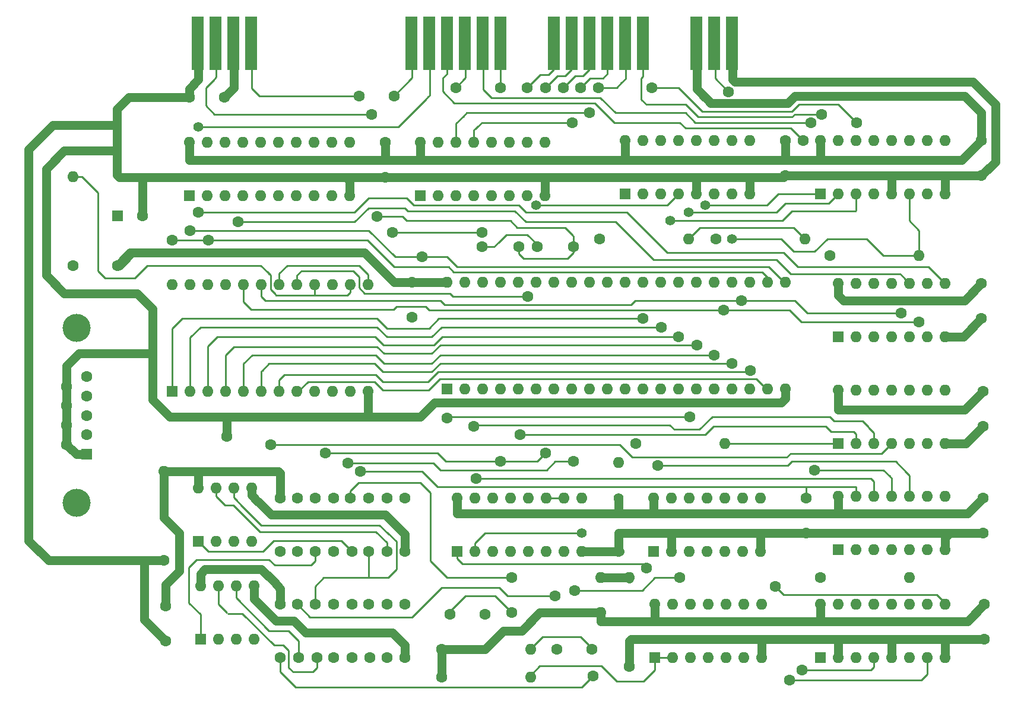
<source format=gbl>
G04 #@! TF.GenerationSoftware,KiCad,Pcbnew,5.1.10*
G04 #@! TF.CreationDate,2021-08-06T08:54:22+02:00*
G04 #@! TF.ProjectId,nano,6e616e6f-2e6b-4696-9361-645f70636258,rev?*
G04 #@! TF.SameCoordinates,Original*
G04 #@! TF.FileFunction,Copper,L2,Bot*
G04 #@! TF.FilePolarity,Positive*
%FSLAX46Y46*%
G04 Gerber Fmt 4.6, Leading zero omitted, Abs format (unit mm)*
G04 Created by KiCad (PCBNEW 5.1.10) date 2021-08-06 08:54:22*
%MOMM*%
%LPD*%
G01*
G04 APERTURE LIST*
G04 #@! TA.AperFunction,ComponentPad*
%ADD10C,4.000000*%
G04 #@! TD*
G04 #@! TA.AperFunction,ComponentPad*
%ADD11C,1.600000*%
G04 #@! TD*
G04 #@! TA.AperFunction,ComponentPad*
%ADD12R,1.600000X1.600000*%
G04 #@! TD*
G04 #@! TA.AperFunction,ConnectorPad*
%ADD13R,1.780000X7.620000*%
G04 #@! TD*
G04 #@! TA.AperFunction,ComponentPad*
%ADD14O,1.600000X1.600000*%
G04 #@! TD*
G04 #@! TA.AperFunction,ViaPad*
%ADD15C,1.600000*%
G04 #@! TD*
G04 #@! TA.AperFunction,ViaPad*
%ADD16C,1.400000*%
G04 #@! TD*
G04 #@! TA.AperFunction,Conductor*
%ADD17C,1.250000*%
G04 #@! TD*
G04 #@! TA.AperFunction,Conductor*
%ADD18C,0.250000*%
G04 #@! TD*
G04 #@! TA.AperFunction,Conductor*
%ADD19C,0.500000*%
G04 #@! TD*
G04 APERTURE END LIST*
D10*
X90655000Y-105131000D03*
X90655000Y-80131000D03*
D11*
X89235000Y-88476000D03*
X89235000Y-91246000D03*
X89235000Y-94016000D03*
X89235000Y-96786000D03*
X92075000Y-87091000D03*
X92075000Y-89861000D03*
X92075000Y-92631000D03*
X92075000Y-95401000D03*
D12*
X92075000Y-98171000D03*
D13*
X107950000Y-39470000D03*
X110490000Y-39470000D03*
X113030000Y-39470000D03*
X115570000Y-39470000D03*
X138430000Y-39470000D03*
X140970000Y-39470000D03*
X143510000Y-39470000D03*
X146050000Y-39470000D03*
X148590000Y-39470000D03*
X151130000Y-39470000D03*
X158750000Y-39470000D03*
X161290000Y-39470000D03*
X163830000Y-39470000D03*
X166370000Y-39470000D03*
X168910000Y-39470000D03*
X171450000Y-39470000D03*
X179070000Y-39470000D03*
X181610000Y-39470000D03*
X184150000Y-39470000D03*
D14*
X155400000Y-130000000D03*
D11*
X142700000Y-130000000D03*
D14*
X177900000Y-67400000D03*
D11*
X165200000Y-67400000D03*
D14*
X183100000Y-96600000D03*
D11*
X170400000Y-96600000D03*
D14*
X169500000Y-115800000D03*
D11*
X169500000Y-128500000D03*
D14*
X167900000Y-99300000D03*
D11*
X167900000Y-112000000D03*
X164100000Y-126000000D03*
X159100000Y-126000000D03*
X148900000Y-121000000D03*
X143900000Y-121000000D03*
D14*
X103100000Y-100600000D03*
D11*
X103100000Y-113300000D03*
D14*
X90100000Y-58500000D03*
D11*
X90100000Y-71200000D03*
D14*
X194500000Y-67400000D03*
D11*
X181800000Y-67400000D03*
D14*
X210800000Y-69800000D03*
D11*
X198100000Y-69800000D03*
D14*
X209400000Y-115800000D03*
D11*
X196700000Y-115800000D03*
D14*
X165400000Y-115800000D03*
D11*
X152700000Y-115800000D03*
D14*
X165400000Y-120800000D03*
D11*
X152700000Y-120800000D03*
D14*
X155400000Y-126000000D03*
D11*
X142700000Y-126000000D03*
X138500000Y-73600000D03*
X138500000Y-78600000D03*
X134700000Y-53600000D03*
X134700000Y-58600000D03*
X191700000Y-53400000D03*
X191700000Y-58400000D03*
X103300000Y-124800000D03*
X103300000Y-119800000D03*
X194700000Y-104400000D03*
X194700000Y-109400000D03*
X220100000Y-119600000D03*
X220100000Y-124600000D03*
X219900000Y-104400000D03*
X219900000Y-109400000D03*
X219900000Y-89200000D03*
X219900000Y-94200000D03*
X219700000Y-73800000D03*
X219700000Y-78800000D03*
X219700000Y-53400000D03*
X219700000Y-58400000D03*
D14*
X173100000Y-119580000D03*
X188340000Y-127200000D03*
X175640000Y-119580000D03*
X185800000Y-127200000D03*
X178180000Y-119580000D03*
X183260000Y-127200000D03*
X180720000Y-119580000D03*
X180720000Y-127200000D03*
X183260000Y-119580000D03*
X178180000Y-127200000D03*
X185800000Y-119580000D03*
X175640000Y-127200000D03*
X188340000Y-119580000D03*
D12*
X173100000Y-127200000D03*
D14*
X196700000Y-119580000D03*
X214480000Y-127200000D03*
X199240000Y-119580000D03*
X211940000Y-127200000D03*
X201780000Y-119580000D03*
X209400000Y-127200000D03*
X204320000Y-119580000D03*
X206860000Y-127200000D03*
X206860000Y-119580000D03*
X204320000Y-127200000D03*
X209400000Y-119580000D03*
X201780000Y-127200000D03*
X211940000Y-119580000D03*
X199240000Y-127200000D03*
X214480000Y-119580000D03*
D12*
X196700000Y-127200000D03*
D14*
X144900000Y-104380000D03*
X162680000Y-112000000D03*
X147440000Y-104380000D03*
X160140000Y-112000000D03*
X149980000Y-104380000D03*
X157600000Y-112000000D03*
X152520000Y-104380000D03*
X155060000Y-112000000D03*
X155060000Y-104380000D03*
X152520000Y-112000000D03*
X157600000Y-104380000D03*
X149980000Y-112000000D03*
X160140000Y-104380000D03*
X147440000Y-112000000D03*
X162680000Y-104380000D03*
D12*
X144900000Y-112000000D03*
D14*
X172900000Y-104380000D03*
X188140000Y-112000000D03*
X175440000Y-104380000D03*
X185600000Y-112000000D03*
X177980000Y-104380000D03*
X183060000Y-112000000D03*
X180520000Y-104380000D03*
X180520000Y-112000000D03*
X183060000Y-104380000D03*
X177980000Y-112000000D03*
X185600000Y-104380000D03*
X175440000Y-112000000D03*
X188140000Y-104380000D03*
D12*
X172900000Y-112000000D03*
D14*
X199300000Y-104180000D03*
X214540000Y-111800000D03*
X201840000Y-104180000D03*
X212000000Y-111800000D03*
X204380000Y-104180000D03*
X209460000Y-111800000D03*
X206920000Y-104180000D03*
X206920000Y-111800000D03*
X209460000Y-104180000D03*
X204380000Y-111800000D03*
X212000000Y-104180000D03*
X201840000Y-111800000D03*
X214540000Y-104180000D03*
D12*
X199300000Y-111800000D03*
D14*
X199300000Y-88980000D03*
X214540000Y-96600000D03*
X201840000Y-88980000D03*
X212000000Y-96600000D03*
X204380000Y-88980000D03*
X209460000Y-96600000D03*
X206920000Y-88980000D03*
X206920000Y-96600000D03*
X209460000Y-88980000D03*
X204380000Y-96600000D03*
X212000000Y-88980000D03*
X201840000Y-96600000D03*
X214540000Y-88980000D03*
D12*
X199300000Y-96600000D03*
D14*
X199300000Y-73780000D03*
X214540000Y-81400000D03*
X201840000Y-73780000D03*
X212000000Y-81400000D03*
X204380000Y-73780000D03*
X209460000Y-81400000D03*
X206920000Y-73780000D03*
X206920000Y-81400000D03*
X209460000Y-73780000D03*
X204380000Y-81400000D03*
X212000000Y-73780000D03*
X201840000Y-81400000D03*
X214540000Y-73780000D03*
D12*
X199300000Y-81400000D03*
D14*
X196700000Y-53380000D03*
X214480000Y-61000000D03*
X199240000Y-53380000D03*
X211940000Y-61000000D03*
X201780000Y-53380000D03*
X209400000Y-61000000D03*
X204320000Y-53380000D03*
X206860000Y-61000000D03*
X206860000Y-53380000D03*
X204320000Y-61000000D03*
X209400000Y-53380000D03*
X201780000Y-61000000D03*
X211940000Y-53380000D03*
X199240000Y-61000000D03*
X214480000Y-53380000D03*
D12*
X196700000Y-61000000D03*
D14*
X168900000Y-53380000D03*
X186680000Y-61000000D03*
X171440000Y-53380000D03*
X184140000Y-61000000D03*
X173980000Y-53380000D03*
X181600000Y-61000000D03*
X176520000Y-53380000D03*
X179060000Y-61000000D03*
X179060000Y-53380000D03*
X176520000Y-61000000D03*
X181600000Y-53380000D03*
X173980000Y-61000000D03*
X184140000Y-53380000D03*
X171440000Y-61000000D03*
X186680000Y-53380000D03*
D12*
X168900000Y-61000000D03*
D14*
X139700000Y-53580000D03*
X157480000Y-61200000D03*
X142240000Y-53580000D03*
X154940000Y-61200000D03*
X144780000Y-53580000D03*
X152400000Y-61200000D03*
X147320000Y-53580000D03*
X149860000Y-61200000D03*
X149860000Y-53580000D03*
X147320000Y-61200000D03*
X152400000Y-53580000D03*
X144780000Y-61200000D03*
X154940000Y-53580000D03*
X142240000Y-61200000D03*
X157480000Y-53580000D03*
D12*
X139700000Y-61200000D03*
D14*
X106700000Y-53600000D03*
X129560000Y-61220000D03*
X109240000Y-53600000D03*
X127020000Y-61220000D03*
X111780000Y-53600000D03*
X124480000Y-61220000D03*
X114320000Y-53600000D03*
X121940000Y-61220000D03*
X116860000Y-53600000D03*
X119400000Y-61220000D03*
X119400000Y-53600000D03*
X116860000Y-61220000D03*
X121940000Y-53600000D03*
X114320000Y-61220000D03*
X124480000Y-53600000D03*
X111780000Y-61220000D03*
X127020000Y-53600000D03*
X109240000Y-61220000D03*
X129560000Y-53600000D03*
D12*
X106700000Y-61220000D03*
D14*
X104300000Y-73960000D03*
X132240000Y-89200000D03*
X106840000Y-73960000D03*
X129700000Y-89200000D03*
X109380000Y-73960000D03*
X127160000Y-89200000D03*
X111920000Y-73960000D03*
X124620000Y-89200000D03*
X114460000Y-73960000D03*
X122080000Y-89200000D03*
X117000000Y-73960000D03*
X119540000Y-89200000D03*
X119540000Y-73960000D03*
X117000000Y-89200000D03*
X122080000Y-73960000D03*
X114460000Y-89200000D03*
X124620000Y-73960000D03*
X111920000Y-89200000D03*
X127160000Y-73960000D03*
X109380000Y-89200000D03*
X129700000Y-73960000D03*
X106840000Y-89200000D03*
X132240000Y-73960000D03*
D12*
X104300000Y-89200000D03*
D14*
X108300000Y-116980000D03*
X115920000Y-124600000D03*
X110840000Y-116980000D03*
X113380000Y-124600000D03*
X113380000Y-116980000D03*
X110840000Y-124600000D03*
X115920000Y-116980000D03*
D12*
X108300000Y-124600000D03*
D14*
X108000000Y-102980000D03*
X115620000Y-110600000D03*
X110540000Y-102980000D03*
X113080000Y-110600000D03*
X113080000Y-102980000D03*
X110540000Y-110600000D03*
X115620000Y-102980000D03*
D12*
X108000000Y-110600000D03*
D14*
X143500000Y-73600000D03*
X191760000Y-88840000D03*
X146040000Y-73600000D03*
X189220000Y-88840000D03*
X148580000Y-73600000D03*
X186680000Y-88840000D03*
X151120000Y-73600000D03*
X184140000Y-88840000D03*
X153660000Y-73600000D03*
X181600000Y-88840000D03*
X156200000Y-73600000D03*
X179060000Y-88840000D03*
X158740000Y-73600000D03*
X176520000Y-88840000D03*
X161280000Y-73600000D03*
X173980000Y-88840000D03*
X163820000Y-73600000D03*
X171440000Y-88840000D03*
X166360000Y-73600000D03*
X168900000Y-88840000D03*
X168900000Y-73600000D03*
X166360000Y-88840000D03*
X171440000Y-73600000D03*
X163820000Y-88840000D03*
X173980000Y-73600000D03*
X161280000Y-88840000D03*
X176520000Y-73600000D03*
X158740000Y-88840000D03*
X179060000Y-73600000D03*
X156200000Y-88840000D03*
X181600000Y-73600000D03*
X153660000Y-88840000D03*
X184140000Y-73600000D03*
X151120000Y-88840000D03*
X186680000Y-73600000D03*
X148580000Y-88840000D03*
X189220000Y-73600000D03*
X146040000Y-88840000D03*
X191760000Y-73600000D03*
D12*
X143500000Y-88840000D03*
X96520000Y-64135000D03*
D11*
X100020000Y-64135000D03*
D15*
X161300000Y-50800000D03*
X163800000Y-49400000D03*
D16*
X162700000Y-109400000D03*
D15*
X158900000Y-118400000D03*
X161700000Y-117600000D03*
X176700000Y-115800000D03*
X171900000Y-114400000D03*
X164300000Y-129800000D03*
X131100000Y-100600000D03*
X129300000Y-99400000D03*
X118300000Y-96800000D03*
X112100000Y-95600000D03*
X143500000Y-93000000D03*
X147300000Y-94200000D03*
X147600000Y-101600000D03*
X151100000Y-99200000D03*
X157500000Y-98000000D03*
X161500000Y-99200000D03*
X153900000Y-95400000D03*
X178100000Y-92800000D03*
X173500000Y-99800000D03*
X195900000Y-100400000D03*
X190300000Y-117000000D03*
X208200000Y-78000000D03*
X210800000Y-79300000D03*
X185500000Y-76200000D03*
X182900000Y-77600000D03*
X171400000Y-78800000D03*
X174000000Y-80000000D03*
X176500000Y-81400000D03*
X179100000Y-82600000D03*
X181600000Y-84000000D03*
X184100000Y-85200000D03*
X186700000Y-86200000D03*
X155000000Y-75600000D03*
X139900000Y-70000000D03*
X104300000Y-67600000D03*
X106800000Y-66200000D03*
X108000000Y-63600000D03*
X113700000Y-65000000D03*
X109400000Y-67600000D03*
X133500000Y-64200000D03*
X135700000Y-66500000D03*
X148500000Y-66500000D03*
X148500000Y-68500000D03*
X153700000Y-68500000D03*
X156300000Y-68500000D03*
X161544000Y-68500000D03*
D16*
X156200000Y-62600000D03*
D15*
X124700000Y-104400000D03*
X127300000Y-104400000D03*
X129700000Y-104400000D03*
X132300000Y-104400000D03*
X134900000Y-104400000D03*
X137500000Y-104400000D03*
X122100000Y-112000000D03*
X127300000Y-112000000D03*
X129900000Y-112000000D03*
X132300000Y-112000000D03*
X134900000Y-112000000D03*
X137500000Y-112000000D03*
X119700000Y-112000000D03*
X119700000Y-104400000D03*
X122100000Y-119600000D03*
X124700000Y-119600000D03*
X127300000Y-119600000D03*
X129900000Y-119600000D03*
X132300000Y-119600000D03*
X134900000Y-119600000D03*
X137500000Y-119600000D03*
X122300000Y-127200000D03*
X124900000Y-127200000D03*
X127300000Y-127200000D03*
X129900000Y-127200000D03*
X132500000Y-127200000D03*
X134900000Y-127200000D03*
X137500000Y-127200000D03*
X122100000Y-104400000D03*
X119700000Y-127200000D03*
X194100000Y-129000000D03*
X192300000Y-130400000D03*
D16*
X175300000Y-64800000D03*
X177900000Y-63600000D03*
X180300000Y-62600000D03*
X184100000Y-67400000D03*
D15*
X195400000Y-50800000D03*
X196900000Y-49600000D03*
X194300000Y-53400000D03*
X201900000Y-50800000D03*
X183600000Y-46400000D03*
X132700000Y-49600000D03*
X130900000Y-47000000D03*
X111700000Y-47200000D03*
D16*
X108000000Y-51400000D03*
D15*
X106700000Y-47200000D03*
X135900000Y-47000000D03*
X172700000Y-45800000D03*
X165100000Y-45800000D03*
X162500000Y-45800000D03*
X160100000Y-45800000D03*
X157500000Y-45800000D03*
X154900000Y-45800000D03*
X151100000Y-45800000D03*
X144700000Y-45800000D03*
X119700000Y-119600000D03*
D16*
X167900000Y-104400000D03*
D15*
X96500000Y-71200000D03*
X124700000Y-112000000D03*
X126100000Y-98000000D03*
D17*
X89300000Y-54800000D02*
X89700000Y-54800000D01*
X89700000Y-54800000D02*
X96300000Y-54800000D01*
X89700000Y-54800000D02*
X88900000Y-54800000D01*
X88900000Y-54800000D02*
X86300000Y-57400000D01*
X86300000Y-57400000D02*
X86300000Y-72600000D01*
X86300000Y-72600000D02*
X88900000Y-75200000D01*
X88900000Y-75200000D02*
X99300000Y-75200000D01*
X99300000Y-75200000D02*
X101500000Y-77400000D01*
X101500000Y-90400000D02*
X103900000Y-92800000D01*
X101500000Y-83800000D02*
X101500000Y-90400000D01*
X101500000Y-77400000D02*
X101500000Y-83800000D01*
X105300000Y-114800000D02*
X105300000Y-109400000D01*
X105300000Y-109400000D02*
X103100000Y-107200000D01*
X118408630Y-106800000D02*
X134700000Y-106800000D01*
X134700000Y-106800000D02*
X137500000Y-109600000D01*
X137500000Y-109600000D02*
X137500000Y-111400000D01*
X217700000Y-122000000D02*
X220100000Y-119600000D01*
X142700000Y-126000000D02*
X148900000Y-126000000D01*
X151500000Y-123400000D02*
X154100000Y-123400000D01*
X142700000Y-130000000D02*
X142700000Y-130000000D01*
X148900000Y-126000000D02*
X151500000Y-123400000D01*
X154100000Y-123400000D02*
X156700000Y-120800000D01*
X169500000Y-128400000D02*
X169500000Y-128400000D01*
X219900000Y-104400000D02*
X217700000Y-106600000D01*
X144900000Y-106600000D02*
X144900000Y-104380000D01*
D18*
X147440000Y-112000000D02*
X147440000Y-110868630D01*
X173100000Y-127200000D02*
X173100000Y-128250000D01*
X143900000Y-120800000D02*
X143900000Y-120800000D01*
D17*
X142700000Y-130000000D02*
X142700000Y-126000000D01*
X143500000Y-73600000D02*
X138660000Y-73600000D01*
X98500000Y-69400000D02*
X96700000Y-71200000D01*
X131700000Y-69400000D02*
X98500000Y-69400000D01*
X135900000Y-73600000D02*
X131700000Y-69400000D01*
X137500000Y-127000000D02*
X137500000Y-127000000D01*
X115920000Y-118780000D02*
X115920000Y-116980000D01*
X119100000Y-121960000D02*
X115920000Y-118780000D01*
X137500000Y-125400000D02*
X135700000Y-123600000D01*
X137500000Y-127200000D02*
X137500000Y-125400000D01*
X135700000Y-123600000D02*
X123300000Y-123600000D01*
X123300000Y-123600000D02*
X121660000Y-121960000D01*
X121660000Y-121960000D02*
X119100000Y-121960000D01*
D18*
X124700000Y-119600000D02*
X124700000Y-118610051D01*
X124700000Y-118610051D02*
X124700000Y-117000000D01*
X124700000Y-117000000D02*
X125900000Y-115800000D01*
X118100000Y-123400000D02*
X113380000Y-118680000D01*
X120900000Y-123400000D02*
X118100000Y-123400000D01*
X122300000Y-127200000D02*
X122300000Y-124800000D01*
X113380000Y-118680000D02*
X113380000Y-116980000D01*
X122300000Y-124800000D02*
X120900000Y-123400000D01*
X173100000Y-129000000D02*
X173100000Y-127200000D01*
X155300000Y-129800000D02*
X156700000Y-128400000D01*
X165500000Y-128400000D02*
X167700000Y-130600000D01*
X167700000Y-130600000D02*
X171500000Y-130600000D01*
X156700000Y-128400000D02*
X165500000Y-128400000D01*
X171500000Y-130600000D02*
X173100000Y-129000000D01*
X211100000Y-130400000D02*
X192300000Y-130400000D01*
X203500000Y-129000000D02*
X203900000Y-129000000D01*
D17*
X214700000Y-124600000D02*
X220100000Y-124600000D01*
X199500000Y-124600000D02*
X207100000Y-124600000D01*
X188300000Y-124600000D02*
X188340000Y-124640000D01*
X188340000Y-124640000D02*
X188340000Y-127200000D01*
X188300000Y-124600000D02*
X199500000Y-124600000D01*
X169700000Y-124600000D02*
X188300000Y-124600000D01*
X217300000Y-91800000D02*
X219900000Y-89200000D01*
X217500000Y-96600000D02*
X219900000Y-94200000D01*
X214740000Y-96600000D02*
X217500000Y-96600000D01*
D18*
X157100000Y-124200000D02*
X162500000Y-124200000D01*
X162500000Y-124200000D02*
X164300000Y-126000000D01*
X155300000Y-126000000D02*
X157100000Y-124200000D01*
X191500000Y-118200000D02*
X190300000Y-117000000D01*
X214880000Y-119780000D02*
X213300000Y-118200000D01*
X213300000Y-118200000D02*
X191500000Y-118200000D01*
D17*
X188100000Y-109400000D02*
X188140000Y-109440000D01*
X188140000Y-109440000D02*
X188140000Y-112000000D01*
X188100000Y-109400000D02*
X175100000Y-109400000D01*
X194700000Y-109400000D02*
X188100000Y-109400000D01*
X217100000Y-81400000D02*
X214540000Y-81400000D01*
X219700000Y-78800000D02*
X217100000Y-81400000D01*
D19*
X106700000Y-53600000D02*
X106900000Y-55800000D01*
D17*
X216900000Y-56200000D02*
X219700000Y-53400000D01*
X106700000Y-53600000D02*
X106700000Y-56200000D01*
X191900000Y-56200000D02*
X191700000Y-56000000D01*
X191700000Y-56000000D02*
X191700000Y-53400000D01*
X196700000Y-56200000D02*
X196700000Y-53380000D01*
X196700000Y-56200000D02*
X216900000Y-56200000D01*
X191900000Y-56200000D02*
X196700000Y-56200000D01*
X168900000Y-56000000D02*
X168900000Y-53380000D01*
X169100000Y-56200000D02*
X168900000Y-56000000D01*
X169100000Y-56200000D02*
X191900000Y-56200000D01*
X139700000Y-56200000D02*
X139700000Y-53580000D01*
X139700000Y-56200000D02*
X169100000Y-56200000D01*
X134700000Y-56200000D02*
X134700000Y-53600000D01*
X134700000Y-56200000D02*
X139700000Y-56200000D01*
X106700000Y-56200000D02*
X134700000Y-56200000D01*
D18*
X138300000Y-44600000D02*
X135900000Y-47000000D01*
X136500000Y-51400000D02*
X107900000Y-51400000D01*
X151100000Y-39770000D02*
X150930000Y-39600000D01*
X151100000Y-45800000D02*
X151100000Y-39770000D01*
X165100000Y-45800000D02*
X167700000Y-45800000D01*
X144700000Y-45800000D02*
X145850000Y-44650000D01*
X208660001Y-72980001D02*
X208660001Y-72960001D01*
X209460000Y-73780000D02*
X208660001Y-72980001D01*
X208660001Y-72960001D02*
X208100000Y-72400000D01*
X208100000Y-72400000D02*
X192500000Y-72400000D01*
X192500000Y-72400000D02*
X190500000Y-70400000D01*
X190500000Y-70400000D02*
X172900000Y-70400000D01*
X172900000Y-70400000D02*
X167500000Y-65000000D01*
X167500000Y-65000000D02*
X154700000Y-65000000D01*
X154700000Y-65000000D02*
X153100000Y-63400000D01*
X153100000Y-63400000D02*
X137900000Y-63400000D01*
X137900000Y-63400000D02*
X137500000Y-63000000D01*
X137500000Y-63000000D02*
X132300000Y-63000000D01*
X130300000Y-65000000D02*
X113700000Y-65000000D01*
X132300000Y-63000000D02*
X130300000Y-65000000D01*
X136100000Y-70000000D02*
X139900000Y-70000000D01*
X132300000Y-66200000D02*
X136100000Y-70000000D01*
X192900000Y-65800000D02*
X179500000Y-65800000D01*
X184100000Y-67400000D02*
X191100000Y-67400000D01*
X191100000Y-67400000D02*
X192900000Y-69200000D01*
X205700000Y-69800000D02*
X210900000Y-69800000D01*
X203300000Y-67400000D02*
X205700000Y-69800000D01*
D17*
X206860000Y-58640000D02*
X206860000Y-61000000D01*
X186680000Y-58820000D02*
X186680000Y-61000000D01*
X179060000Y-58640000D02*
X179060000Y-61000000D01*
X157480000Y-58580000D02*
X157480000Y-61200000D01*
D18*
X109100000Y-48400000D02*
X109100000Y-45800000D01*
X132700000Y-49600000D02*
X110300000Y-49600000D01*
X110300000Y-49600000D02*
X109100000Y-48400000D01*
X148500000Y-66200000D02*
X148700000Y-66400000D01*
X154900000Y-66800000D02*
X156300000Y-68200000D01*
X151900000Y-66800000D02*
X154900000Y-66800000D01*
X160300000Y-65800000D02*
X153500000Y-65800000D01*
X153500000Y-65800000D02*
X152500000Y-64800000D01*
X152500000Y-64800000D02*
X137700000Y-64800000D01*
X137100000Y-64200000D02*
X133500000Y-64200000D01*
X137700000Y-64800000D02*
X137100000Y-64200000D01*
X161300000Y-66800000D02*
X160300000Y-65800000D01*
D17*
X219700000Y-49400000D02*
X219700000Y-53400000D01*
X217300000Y-47000000D02*
X219700000Y-49400000D01*
X181100000Y-48000000D02*
X192100000Y-48000000D01*
X192100000Y-48000000D02*
X193100000Y-47000000D01*
X193100000Y-47000000D02*
X217300000Y-47000000D01*
X221700000Y-48200000D02*
X218500000Y-45000000D01*
X221700000Y-56400000D02*
X221700000Y-48200000D01*
D18*
X161700000Y-117600000D02*
X171300000Y-117600000D01*
X171300000Y-117600000D02*
X173100000Y-115800000D01*
X145650000Y-113800000D02*
X171300000Y-113800000D01*
X144900000Y-113050000D02*
X145650000Y-113800000D01*
X144900000Y-112000000D02*
X144900000Y-113050000D01*
X171300000Y-113800000D02*
X171900000Y-114400000D01*
D17*
X119700000Y-117400000D02*
X119700000Y-119600000D01*
X162680000Y-112000000D02*
X168100000Y-112000000D01*
X167900000Y-106200000D02*
X167900000Y-104400000D01*
X168300000Y-106600000D02*
X167900000Y-106200000D01*
X168300000Y-106600000D02*
X144900000Y-106600000D01*
X172900000Y-106600000D02*
X172900000Y-104380000D01*
X172900000Y-106600000D02*
X168300000Y-106600000D01*
D18*
X139900000Y-100600000D02*
X131100000Y-100600000D01*
X142100000Y-102800000D02*
X139900000Y-100600000D01*
D17*
X199300000Y-106400000D02*
X199300000Y-104180000D01*
X217700000Y-106600000D02*
X199900000Y-106600000D01*
X199900000Y-106600000D02*
X172900000Y-106600000D01*
D18*
X194700000Y-103000000D02*
X194700000Y-104400000D01*
X160140000Y-104380000D02*
X157600000Y-104380000D01*
X174508630Y-127200000D02*
X173100000Y-127200000D01*
X175640000Y-127200000D02*
X174508630Y-127200000D01*
D17*
X196700000Y-121800000D02*
X196700000Y-119780000D01*
X197300000Y-122000000D02*
X217700000Y-122000000D01*
X173100000Y-121800000D02*
X173100000Y-119580000D01*
X173300000Y-122000000D02*
X197300000Y-122000000D01*
X173300000Y-122000000D02*
X173100000Y-121800000D01*
X142700000Y-126000000D02*
X142700000Y-126000000D01*
D18*
X98900000Y-73000000D02*
X94700000Y-73000000D01*
X94700000Y-73000000D02*
X93700000Y-72000000D01*
X129700000Y-73960000D02*
X129700000Y-75000000D01*
X116900000Y-71200000D02*
X100700000Y-71200000D01*
X100700000Y-71200000D02*
X98900000Y-73000000D01*
D17*
X111900000Y-92800000D02*
X112100000Y-93000000D01*
X112100000Y-93000000D02*
X112100000Y-95600000D01*
X103900000Y-92800000D02*
X111900000Y-92800000D01*
D18*
X169900000Y-98600000D02*
X191900000Y-98600000D01*
X168100000Y-96800000D02*
X169900000Y-98600000D01*
X118300000Y-96800000D02*
X168100000Y-96800000D01*
X199240000Y-61000000D02*
X197900000Y-62340000D01*
X197900000Y-62340000D02*
X191760000Y-62340000D01*
X191760000Y-62340000D02*
X190500000Y-63600000D01*
X201780000Y-63320000D02*
X201780000Y-61000000D01*
X192700000Y-63400000D02*
X201700000Y-63400000D01*
X201700000Y-63400000D02*
X201780000Y-63320000D01*
X175300000Y-64800000D02*
X191300000Y-64800000D01*
X191300000Y-64800000D02*
X192700000Y-63400000D01*
X197700000Y-67400000D02*
X195900000Y-69200000D01*
X192900000Y-69200000D02*
X195900000Y-69200000D01*
X197700000Y-67400000D02*
X203300000Y-67400000D01*
X173500000Y-99800000D02*
X192100000Y-99800000D01*
X207100000Y-99200000D02*
X207420000Y-99200000D01*
X192100000Y-99800000D02*
X192700000Y-99200000D01*
X195900000Y-100400000D02*
X205700000Y-100400000D01*
X207420000Y-99200000D02*
X207500000Y-99200000D01*
X206700000Y-99200000D02*
X206900000Y-99200000D01*
X206700000Y-99200000D02*
X207500000Y-99200000D01*
X192700000Y-99200000D02*
X206700000Y-99200000D01*
X203500000Y-94200000D02*
X202700000Y-93400000D01*
X202900000Y-93600000D02*
X203500000Y-94200000D01*
X199900000Y-93400000D02*
X199300000Y-93400000D01*
X202700000Y-93400000D02*
X199900000Y-93400000D01*
X198228630Y-94928630D02*
X197500000Y-94200000D01*
X197500000Y-94200000D02*
X181500000Y-94200000D01*
X181500000Y-94200000D02*
X180300000Y-95400000D01*
X180300000Y-95400000D02*
X153900000Y-95400000D01*
X143900000Y-92800000D02*
X143700000Y-93000000D01*
X178100000Y-92800000D02*
X143900000Y-92800000D01*
X119540000Y-87640000D02*
X119540000Y-89200000D01*
X211100000Y-78800000D02*
X210500000Y-79400000D01*
X182900000Y-77600000D02*
X183889949Y-77600000D01*
X183889949Y-77600000D02*
X191700000Y-77600000D01*
X191700000Y-77600000D02*
X192300000Y-77600000D01*
X191700000Y-77600000D02*
X192100000Y-77600000D01*
X177900000Y-63600000D02*
X190500000Y-63600000D01*
X190700000Y-61000000D02*
X196700000Y-61000000D01*
X189100000Y-62600000D02*
X190700000Y-61000000D01*
X180300000Y-62600000D02*
X189100000Y-62600000D01*
X133100000Y-85200000D02*
X118100000Y-85200000D01*
X142500000Y-85200000D02*
X141300000Y-86400000D01*
X134300000Y-86400000D02*
X133100000Y-85200000D01*
X184300000Y-85200000D02*
X142500000Y-85200000D01*
X141300000Y-86400000D02*
X134300000Y-86400000D01*
X117000000Y-86500000D02*
X117000000Y-89200000D01*
X117000000Y-86300000D02*
X117000000Y-89200000D01*
X117100000Y-86200000D02*
X117000000Y-86300000D01*
X118100000Y-85200000D02*
X117100000Y-86200000D01*
D17*
X111900000Y-92800000D02*
X132500000Y-92800000D01*
D18*
X106840000Y-81460000D02*
X106900000Y-81400000D01*
X106840000Y-81460000D02*
X108300000Y-80000000D01*
X106840000Y-82260000D02*
X106840000Y-81460000D01*
X106840000Y-89200000D02*
X106840000Y-82260000D01*
X108300000Y-80000000D02*
X106900000Y-81400000D01*
X108900000Y-80000000D02*
X108300000Y-80000000D01*
X141300000Y-81400000D02*
X142700000Y-80000000D01*
X142700000Y-80000000D02*
X174100000Y-80000000D01*
X134900000Y-81400000D02*
X133500000Y-80000000D01*
X135900000Y-81400000D02*
X134900000Y-81400000D01*
X135300000Y-81400000D02*
X135900000Y-81400000D01*
X108900000Y-80000000D02*
X133500000Y-80000000D01*
X135900000Y-81400000D02*
X141300000Y-81400000D01*
X140900000Y-80200000D02*
X142300000Y-78800000D01*
X133500000Y-78800000D02*
X134900000Y-80200000D01*
X134900000Y-80200000D02*
X140900000Y-80200000D01*
X105700000Y-78800000D02*
X133500000Y-78800000D01*
X104300000Y-80200000D02*
X105700000Y-78800000D01*
X104300000Y-89200000D02*
X104300000Y-80200000D01*
X109380000Y-83320000D02*
X109380000Y-89200000D01*
X109380000Y-82920000D02*
X109380000Y-83320000D01*
X111920000Y-89200000D02*
X111920000Y-84020000D01*
X111920000Y-84020000D02*
X111900000Y-84000000D01*
X161500000Y-99200000D02*
X158900000Y-99200000D01*
X158900000Y-99200000D02*
X157700000Y-100400000D01*
X157700000Y-100400000D02*
X142500000Y-100400000D01*
X142500000Y-100400000D02*
X141500000Y-99400000D01*
X141500000Y-99400000D02*
X129300000Y-99400000D01*
X176700000Y-81400000D02*
X175710051Y-81400000D01*
X111920000Y-83980000D02*
X111920000Y-84020000D01*
X113100000Y-82800000D02*
X111920000Y-83980000D01*
X134500000Y-83800000D02*
X133500000Y-82800000D01*
X142500000Y-82600000D02*
X141300000Y-83800000D01*
X133500000Y-82800000D02*
X113100000Y-82800000D01*
X141300000Y-83800000D02*
X134500000Y-83800000D01*
X152300000Y-84000000D02*
X151700000Y-84000000D01*
X114460000Y-85240000D02*
X115700000Y-84000000D01*
X114460000Y-89200000D02*
X114460000Y-85240000D01*
X115700000Y-84000000D02*
X133300000Y-84000000D01*
X133300000Y-84000000D02*
X134500000Y-85200000D01*
X140700000Y-85200000D02*
X141100000Y-85200000D01*
X134500000Y-85200000D02*
X140700000Y-85200000D01*
X120300000Y-86800000D02*
X119540000Y-87560000D01*
X119540000Y-87560000D02*
X119540000Y-89200000D01*
X133300000Y-86800000D02*
X120300000Y-86800000D01*
X134300000Y-87800000D02*
X133300000Y-86800000D01*
X143300000Y-84000000D02*
X152300000Y-84000000D01*
X140700000Y-85200000D02*
X141300000Y-85200000D01*
X142500000Y-84000000D02*
X141300000Y-85200000D01*
X143300000Y-84000000D02*
X142500000Y-84000000D01*
X158900000Y-118400000D02*
X157910051Y-118400000D01*
X157910051Y-118400000D02*
X157500000Y-118400000D01*
X157500000Y-118400000D02*
X159100000Y-118400000D01*
X147440000Y-110868630D02*
X148700000Y-109608630D01*
X148700000Y-109608630D02*
X148700000Y-109600000D01*
X148900000Y-109400000D02*
X149300000Y-109400000D01*
X148700000Y-109600000D02*
X148900000Y-109400000D01*
D17*
X98300000Y-69400000D02*
X96500000Y-71200000D01*
X98500000Y-69400000D02*
X98300000Y-69400000D01*
X96500000Y-71200000D02*
X96500000Y-71200000D01*
D18*
X150200000Y-68500000D02*
X150800000Y-67900000D01*
X148500000Y-68500000D02*
X150200000Y-68500000D01*
X150500000Y-68200000D02*
X150800000Y-67900000D01*
X150800000Y-67900000D02*
X151900000Y-66800000D01*
X148500000Y-66500000D02*
X135700000Y-66500000D01*
X153700000Y-69550000D02*
X153700000Y-68500000D01*
X154350000Y-70200000D02*
X153700000Y-69550000D01*
X155900000Y-70200000D02*
X154350000Y-70200000D01*
X155500000Y-70200000D02*
X155900000Y-70200000D01*
X160650000Y-70200000D02*
X161300000Y-69550000D01*
X160100000Y-70200000D02*
X160650000Y-70200000D01*
X160100000Y-70200000D02*
X160500000Y-70200000D01*
X155900000Y-70200000D02*
X160100000Y-70200000D01*
X179500000Y-65800000D02*
X177900000Y-67400000D01*
X192900000Y-65800000D02*
X194500000Y-67400000D01*
X189400000Y-71400000D02*
X191760000Y-73760000D01*
X144900000Y-71400000D02*
X189400000Y-71400000D01*
X143500000Y-70000000D02*
X144900000Y-71400000D01*
X139900000Y-70000000D02*
X143500000Y-70000000D01*
X183100000Y-96600000D02*
X199500000Y-96600000D01*
D17*
X103300000Y-119800000D02*
X103300000Y-116800000D01*
X103300000Y-116800000D02*
X105300000Y-114800000D01*
X100300000Y-121800000D02*
X103300000Y-124800000D01*
X100300000Y-113300000D02*
X100300000Y-121800000D01*
X90400000Y-113300000D02*
X100300000Y-113300000D01*
X119700000Y-100900000D02*
X119700000Y-104400000D01*
X119400000Y-100600000D02*
X119700000Y-100900000D01*
D18*
X133804000Y-108296000D02*
X117004000Y-108296000D01*
X135100000Y-115800000D02*
X136300000Y-114600000D01*
X132500000Y-115800000D02*
X135100000Y-115800000D01*
X136300000Y-114600000D02*
X136300000Y-110600000D01*
X136300000Y-110600000D02*
X133804000Y-108296000D01*
X125900000Y-115800000D02*
X132200000Y-115800000D01*
X132300000Y-115500000D02*
X132300000Y-112000000D01*
X132200000Y-115800000D02*
X132500000Y-115800000D01*
X132300000Y-115600000D02*
X132300000Y-115500000D01*
X132300000Y-115700000D02*
X132300000Y-112000000D01*
X132200000Y-115800000D02*
X132300000Y-115700000D01*
X123900000Y-121400000D02*
X122100000Y-119600000D01*
X150900000Y-117200000D02*
X142700000Y-117200000D01*
X142700000Y-117200000D02*
X138500000Y-121400000D01*
X152100000Y-118400000D02*
X150900000Y-117200000D01*
X138500000Y-121400000D02*
X123900000Y-121400000D01*
X174920000Y-62600000D02*
X176520000Y-61000000D01*
D17*
X96400000Y-48900000D02*
X96400000Y-51200000D01*
X98100000Y-47200000D02*
X96400000Y-48900000D01*
X106700000Y-47200000D02*
X98100000Y-47200000D01*
D18*
X108000000Y-63600000D02*
X109500000Y-63600000D01*
X109500000Y-63600000D02*
X107900000Y-63600000D01*
X107800000Y-66200000D02*
X106800000Y-66200000D01*
X107800000Y-66200000D02*
X132300000Y-66200000D01*
X106700000Y-66200000D02*
X107800000Y-66200000D01*
X93700000Y-62600000D02*
X93700000Y-62100000D01*
X93700000Y-72000000D02*
X93700000Y-62600000D01*
X93700000Y-62100000D02*
X93700000Y-60800000D01*
X91400000Y-58500000D02*
X90100000Y-58500000D01*
X93700000Y-60800000D02*
X91400000Y-58500000D01*
X132100000Y-67600000D02*
X104300000Y-67600000D01*
X135900000Y-71400000D02*
X132100000Y-67600000D01*
X143700000Y-71400000D02*
X135900000Y-71400000D01*
X192300000Y-77600000D02*
X194000000Y-79300000D01*
X206700000Y-78000000D02*
X208200000Y-78000000D01*
X208500000Y-78000000D02*
X206700000Y-78000000D01*
X209600000Y-79300000D02*
X210800000Y-79300000D01*
X194000000Y-79300000D02*
X209600000Y-79300000D01*
X203700000Y-94400000D02*
X204380000Y-95080000D01*
X204380000Y-95080000D02*
X204380000Y-96600000D01*
X203500000Y-94200000D02*
X203700000Y-94400000D01*
X201028630Y-94928630D02*
X201500000Y-94928630D01*
X201028630Y-94928630D02*
X198228630Y-94928630D01*
X201840000Y-95268630D02*
X201840000Y-96600000D01*
X201735685Y-95164315D02*
X201840000Y-95268630D01*
X201735685Y-95164315D02*
X201500000Y-94928630D01*
X205720000Y-97800000D02*
X206920000Y-96600000D01*
X205470000Y-98050000D02*
X206920000Y-96600000D01*
X192450000Y-98050000D02*
X205470000Y-98050000D01*
X191900000Y-98600000D02*
X192450000Y-98050000D01*
X204380000Y-102380000D02*
X204380000Y-104180000D01*
X147700000Y-101600000D02*
X203800000Y-101600000D01*
X203300000Y-101600000D02*
X203900000Y-101600000D01*
X203300000Y-101600000D02*
X203700000Y-101600000D01*
X147600000Y-101600000D02*
X203300000Y-101600000D01*
X204380000Y-102080000D02*
X204380000Y-104180000D01*
X203900000Y-101600000D02*
X204380000Y-102080000D01*
X200700000Y-102800000D02*
X142100000Y-102800000D01*
X200900000Y-102800000D02*
X200700000Y-102800000D01*
X201840000Y-102840000D02*
X201840000Y-104180000D01*
X200700000Y-102800000D02*
X201800000Y-102800000D01*
X201800000Y-102800000D02*
X201840000Y-102840000D01*
X209460000Y-101211668D02*
X209460000Y-104180000D01*
X209024166Y-100775834D02*
X209460000Y-101211668D01*
X207500000Y-99200000D02*
X209024166Y-100775834D01*
X206920000Y-101780000D02*
X206920000Y-104180000D01*
X206920000Y-101620000D02*
X206920000Y-104180000D01*
X206600000Y-101300000D02*
X206920000Y-101620000D01*
X205700000Y-100400000D02*
X206600000Y-101300000D01*
D17*
X206860000Y-124840000D02*
X206860000Y-127200000D01*
X207100000Y-124600000D02*
X206860000Y-124840000D01*
D18*
X211940000Y-129560000D02*
X211940000Y-127200000D01*
X211600000Y-129900000D02*
X211940000Y-129560000D01*
X211600000Y-129900000D02*
X211100000Y-130400000D01*
X203300000Y-129000000D02*
X203900000Y-129000000D01*
X203300000Y-129000000D02*
X203500000Y-129000000D01*
X194100000Y-129000000D02*
X203300000Y-129000000D01*
X204320000Y-128580000D02*
X204320000Y-127200000D01*
X203900000Y-129000000D02*
X204320000Y-128580000D01*
D17*
X199240000Y-124860000D02*
X199240000Y-127200000D01*
X199500000Y-124600000D02*
X199240000Y-124860000D01*
X214480000Y-125180000D02*
X214480000Y-127200000D01*
X213900000Y-124600000D02*
X214700000Y-124600000D01*
X207100000Y-124600000D02*
X213900000Y-124600000D01*
X199700000Y-91800000D02*
X199300000Y-91400000D01*
X201400000Y-91800000D02*
X199700000Y-91800000D01*
X199500000Y-91800000D02*
X201400000Y-91800000D01*
X199300000Y-91400000D02*
X199300000Y-91800000D01*
X199300000Y-88980000D02*
X199300000Y-91400000D01*
X201400000Y-91800000D02*
X217300000Y-91800000D01*
X218500000Y-45000000D02*
X217696681Y-45003319D01*
X184563319Y-45003319D02*
X184220000Y-44660000D01*
X184220000Y-44660000D02*
X184220000Y-39600000D01*
X217696681Y-45003319D02*
X184563319Y-45003319D01*
D18*
X181700000Y-44500000D02*
X181700000Y-43400000D01*
X183600000Y-46400000D02*
X181700000Y-44500000D01*
X181700000Y-43400000D02*
X181680000Y-39600000D01*
D17*
X179140000Y-46040000D02*
X179140000Y-39600000D01*
X180600000Y-47500000D02*
X179140000Y-46040000D01*
X180600000Y-47500000D02*
X181100000Y-48000000D01*
X180000000Y-46900000D02*
X180600000Y-47500000D01*
X113100000Y-45800000D02*
X111700000Y-47200000D01*
X113100000Y-39600000D02*
X113100000Y-45800000D01*
X108020000Y-44660000D02*
X108020000Y-39600000D01*
X106700000Y-47200000D02*
X106700000Y-45980000D01*
X106700000Y-45980000D02*
X108020000Y-44660000D01*
D18*
X110560000Y-44340000D02*
X110560000Y-39600000D01*
X109700000Y-45200000D02*
X110560000Y-44340000D01*
X109700000Y-45200000D02*
X110290000Y-44610000D01*
X109100000Y-45800000D02*
X109700000Y-45200000D01*
X115640000Y-45940000D02*
X115640000Y-39600000D01*
X116400000Y-46700000D02*
X115640000Y-45940000D01*
X116700000Y-47000000D02*
X116400000Y-46700000D01*
X135900000Y-47000000D02*
X138500000Y-44400000D01*
X138500000Y-44400000D02*
X138500000Y-39600000D01*
X145800000Y-49900000D02*
X146300000Y-49400000D01*
X144780000Y-50920000D02*
X144780000Y-53580000D01*
X145800000Y-49900000D02*
X144780000Y-50920000D01*
X147320000Y-51880000D02*
X147500000Y-51700000D01*
X147320000Y-53580000D02*
X147320000Y-51880000D01*
X168400000Y-45100000D02*
X168980000Y-44520000D01*
X168400000Y-45100000D02*
X168710000Y-44790000D01*
X168980000Y-44520000D02*
X168980000Y-39600000D01*
X167700000Y-45800000D02*
X168400000Y-45100000D01*
D17*
X175440000Y-109740000D02*
X175440000Y-112000000D01*
X175100000Y-109400000D02*
X175440000Y-109740000D01*
D18*
X175200000Y-115800000D02*
X176900000Y-115800000D01*
X175200000Y-115800000D02*
X176700000Y-115800000D01*
X173100000Y-115800000D02*
X175200000Y-115800000D01*
X153868630Y-75600000D02*
X153700000Y-75600000D01*
X155000000Y-75600000D02*
X153868630Y-75600000D01*
X155100000Y-75600000D02*
X153700000Y-75600000D01*
D17*
X169400000Y-115800000D02*
X169500000Y-115900000D01*
X165400000Y-115800000D02*
X169500000Y-115800000D01*
X132240000Y-92540000D02*
X132240000Y-89200000D01*
X132500000Y-92800000D02*
X132240000Y-92540000D01*
X132500000Y-92800000D02*
X139700000Y-92800000D01*
X103100000Y-107200000D02*
X103100000Y-100600000D01*
X135900000Y-73600000D02*
X138500000Y-73600000D01*
X117000000Y-114600000D02*
X118800000Y-116400000D01*
X118800000Y-116400000D02*
X119700000Y-117400000D01*
X100300000Y-113300000D02*
X103100000Y-113300000D01*
D18*
X124900000Y-128600000D02*
X124900000Y-127200000D01*
X114300000Y-120900000D02*
X118800000Y-125400000D01*
X110840000Y-116980000D02*
X110840000Y-119540000D01*
X120100000Y-125400000D02*
X120900000Y-126200000D01*
X118800000Y-125400000D02*
X120100000Y-125400000D01*
X120900000Y-128600000D02*
X121500000Y-129200000D01*
X121500000Y-129200000D02*
X124300000Y-129200000D01*
X120900000Y-126200000D02*
X120900000Y-128600000D01*
X124300000Y-129200000D02*
X124900000Y-128600000D01*
D17*
X164268630Y-120800000D02*
X162100000Y-120800000D01*
X165400000Y-120800000D02*
X164268630Y-120800000D01*
X156700000Y-120800000D02*
X162100000Y-120800000D01*
X162100000Y-120800000D02*
X162900000Y-120800000D01*
X166700000Y-122000000D02*
X165900000Y-122000000D01*
X166700000Y-122000000D02*
X165400000Y-122000000D01*
X173300000Y-122000000D02*
X166700000Y-122000000D01*
X165400000Y-120800000D02*
X165400000Y-122000000D01*
X167900000Y-109400000D02*
X167900000Y-112000000D01*
X175100000Y-109400000D02*
X167900000Y-109400000D01*
D18*
X149000000Y-99200000D02*
X151100000Y-99200000D01*
X149000000Y-99200000D02*
X149400000Y-99200000D01*
X140900000Y-77600000D02*
X140400000Y-77100000D01*
X140900000Y-77600000D02*
X182900000Y-77600000D01*
X146120000Y-44380000D02*
X146120000Y-39600000D01*
X144700000Y-45800000D02*
X146120000Y-44380000D01*
X141040000Y-46860000D02*
X141040000Y-39600000D01*
X140400000Y-47500000D02*
X141040000Y-46860000D01*
X140400000Y-47500000D02*
X136500000Y-51400000D01*
X140770000Y-47130000D02*
X140400000Y-47500000D01*
D17*
X191500000Y-58600000D02*
X191700000Y-58400000D01*
X134700000Y-58600000D02*
X191500000Y-58600000D01*
D18*
X157100000Y-62600000D02*
X156200000Y-62600000D01*
X157100000Y-62600000D02*
X174920000Y-62600000D01*
X156300000Y-62600000D02*
X157100000Y-62600000D01*
X194400000Y-50800000D02*
X195400000Y-50800000D01*
X194900000Y-50800000D02*
X194400000Y-50800000D01*
D17*
X219700000Y-58400000D02*
X221700000Y-56400000D01*
X192831370Y-58400000D02*
X191700000Y-58400000D01*
X214480000Y-58620000D02*
X214480000Y-61000000D01*
X214700000Y-58400000D02*
X192831370Y-58400000D01*
X214700000Y-58400000D02*
X214480000Y-58620000D01*
X219700000Y-58400000D02*
X214700000Y-58400000D01*
D18*
X156300000Y-99200000D02*
X157500000Y-98000000D01*
X156100000Y-99200000D02*
X151100000Y-99200000D01*
X156100000Y-99200000D02*
X156300000Y-99200000D01*
X161700000Y-109400000D02*
X162700000Y-109400000D01*
X149300000Y-109400000D02*
X161700000Y-109400000D01*
D17*
X169500000Y-124800000D02*
X169700000Y-124600000D01*
X169500000Y-128500000D02*
X169500000Y-124800000D01*
D18*
X147873334Y-51373334D02*
X148446668Y-50800000D01*
X147873334Y-51373334D02*
X148300000Y-51000000D01*
X148446668Y-50800000D02*
X161300000Y-50800000D01*
X147500000Y-51700000D02*
X147873334Y-51373334D01*
X161200000Y-49400000D02*
X163800000Y-49400000D01*
X161200000Y-49400000D02*
X162500000Y-49400000D01*
X146300000Y-49400000D02*
X161200000Y-49400000D01*
X118300000Y-73700000D02*
X118300000Y-74600000D01*
X118900000Y-75200000D02*
X118300000Y-74600000D01*
X118300000Y-74200000D02*
X118300000Y-73700000D01*
X119540000Y-72360000D02*
X119540000Y-73960000D01*
X120700000Y-71200000D02*
X119540000Y-72360000D01*
X130900000Y-71200000D02*
X120700000Y-71200000D01*
X132240000Y-72540000D02*
X130900000Y-71200000D01*
X132240000Y-73960000D02*
X132240000Y-72540000D01*
X122700000Y-72000000D02*
X122080000Y-72620000D01*
X130100000Y-72000000D02*
X122700000Y-72000000D01*
X130900000Y-72800000D02*
X130100000Y-72000000D01*
X122080000Y-72620000D02*
X122080000Y-73960000D01*
X153700000Y-75600000D02*
X144300000Y-75600000D01*
X143900000Y-75200000D02*
X131700000Y-75200000D01*
X144300000Y-75600000D02*
X143900000Y-75200000D01*
X131700000Y-75200000D02*
X130900000Y-74400000D01*
X130900000Y-74400000D02*
X130900000Y-72800000D01*
X117900000Y-72200000D02*
X118300000Y-72600000D01*
X117900000Y-72200000D02*
X116900000Y-71200000D01*
X118300000Y-73700000D02*
X118300000Y-72600000D01*
X118100000Y-72400000D02*
X117900000Y-72200000D01*
X169700000Y-78800000D02*
X171400000Y-78800000D01*
X169700000Y-78800000D02*
X171700000Y-78800000D01*
X142300000Y-78800000D02*
X169700000Y-78800000D01*
X179700000Y-84000000D02*
X152300000Y-84000000D01*
X179700000Y-84000000D02*
X181600000Y-84000000D01*
X181900000Y-84000000D02*
X179700000Y-84000000D01*
X177900000Y-82600000D02*
X179100000Y-82600000D01*
X177900000Y-82600000D02*
X142500000Y-82600000D01*
X179300000Y-82600000D02*
X177900000Y-82600000D01*
X175300000Y-81400000D02*
X176500000Y-81400000D01*
X150300000Y-118400000D02*
X152700000Y-120800000D01*
X146100000Y-118400000D02*
X150300000Y-118400000D01*
X143900000Y-120600000D02*
X146100000Y-118400000D01*
X143900000Y-120800000D02*
X143900000Y-120600000D01*
X156900000Y-118400000D02*
X152100000Y-118400000D01*
X156900000Y-118400000D02*
X158900000Y-118400000D01*
X157500000Y-118400000D02*
X156900000Y-118400000D01*
X209400000Y-64800000D02*
X210800000Y-66200000D01*
X209400000Y-61000000D02*
X209400000Y-64800000D01*
X210800000Y-66200000D02*
X210800000Y-66800000D01*
X210800000Y-66800000D02*
X210800000Y-69800000D01*
X129400000Y-47000000D02*
X130900000Y-47000000D01*
X129400000Y-47000000D02*
X116700000Y-47000000D01*
X130700000Y-47000000D02*
X129400000Y-47000000D01*
X140400000Y-77100000D02*
X136260000Y-77100000D01*
X136260000Y-77100000D02*
X135890000Y-77470000D01*
X135890000Y-77470000D02*
X115570000Y-77470000D01*
X114460000Y-76360000D02*
X115570000Y-77470000D01*
X114460000Y-73960000D02*
X114460000Y-76360000D01*
X116840000Y-74120000D02*
X117000000Y-73960000D01*
X169700000Y-76800000D02*
X143100000Y-76800000D01*
X170300000Y-76200000D02*
X169700000Y-76800000D01*
X193100000Y-76200000D02*
X170300000Y-76200000D01*
X194900000Y-78000000D02*
X193100000Y-76200000D01*
X143100000Y-76800000D02*
X142500000Y-76200000D01*
X206700000Y-78000000D02*
X194900000Y-78000000D01*
D17*
X96400000Y-51200000D02*
X87230000Y-51200000D01*
X87230000Y-51200000D02*
X83820000Y-54610000D01*
X83820000Y-54610000D02*
X83820000Y-110490000D01*
X86630000Y-113300000D02*
X90400000Y-113300000D01*
X83820000Y-110490000D02*
X86630000Y-113300000D01*
X191760000Y-88840000D02*
X191760000Y-90160000D01*
X191760000Y-90160000D02*
X191115000Y-90805000D01*
X141695000Y-90805000D02*
X139700000Y-92800000D01*
X191115000Y-90805000D02*
X141695000Y-90805000D01*
D18*
X187620000Y-87400000D02*
X189220000Y-89000000D01*
X142470000Y-87400000D02*
X187620000Y-87400000D01*
X140870000Y-89000000D02*
X142470000Y-87400000D01*
X134300000Y-89000000D02*
X140870000Y-89000000D01*
X133100000Y-87800000D02*
X134300000Y-89000000D01*
X123660000Y-87800000D02*
X133100000Y-87800000D01*
X122080000Y-89380000D02*
X123660000Y-87800000D01*
X122080000Y-89200000D02*
X122080000Y-89380000D01*
X162500000Y-45800000D02*
X163850000Y-44450000D01*
X163850000Y-44450000D02*
X165735000Y-44450000D01*
X166370000Y-43815000D02*
X166370000Y-39370000D01*
X165735000Y-44450000D02*
X166370000Y-43815000D01*
D17*
X96400000Y-51200000D02*
X96400000Y-58300000D01*
X96400000Y-58300000D02*
X96700000Y-58600000D01*
X129560000Y-59075000D02*
X129085000Y-58600000D01*
X129560000Y-61220000D02*
X129560000Y-59075000D01*
X129085000Y-58600000D02*
X134700000Y-58600000D01*
X100020000Y-58745000D02*
X99875000Y-58600000D01*
X100020000Y-64135000D02*
X100020000Y-58745000D01*
X99875000Y-58600000D02*
X129085000Y-58600000D01*
X96700000Y-58600000D02*
X99875000Y-58600000D01*
D18*
X119700000Y-129225000D02*
X119700000Y-127200000D01*
X121920000Y-131445000D02*
X119700000Y-129225000D01*
X162655000Y-131445000D02*
X121920000Y-131445000D01*
X164300000Y-129800000D02*
X162655000Y-131445000D01*
X114300000Y-120900000D02*
X112200000Y-120900000D01*
X110902500Y-119602500D02*
X112100000Y-120800000D01*
X110840000Y-119540000D02*
X110902500Y-119602500D01*
X129900000Y-112000000D02*
X128390000Y-110490000D01*
X128390000Y-110490000D02*
X118745000Y-110490000D01*
X118745000Y-110490000D02*
X117235000Y-112000000D01*
X116840000Y-109220000D02*
X113030000Y-105410000D01*
X133350000Y-109220000D02*
X116840000Y-109220000D01*
X134900000Y-110770000D02*
X133350000Y-109220000D01*
X134900000Y-112000000D02*
X134900000Y-110770000D01*
D17*
X117000000Y-114600000D02*
X108920000Y-114600000D01*
X108300000Y-115220000D02*
X108300000Y-116980000D01*
X108920000Y-114600000D02*
X108300000Y-115220000D01*
D18*
X143300000Y-99200000D02*
X149000000Y-99200000D01*
X142100000Y-98000000D02*
X143300000Y-99200000D01*
X126100000Y-98000000D02*
X142100000Y-98000000D01*
X108300000Y-122800000D02*
X108300000Y-124600000D01*
X106680000Y-119380000D02*
X108300000Y-121000000D01*
X106680000Y-114300000D02*
X106680000Y-119380000D01*
X107780000Y-113200000D02*
X106680000Y-114300000D01*
X124100000Y-114000000D02*
X118900000Y-114000000D01*
X124700000Y-113400000D02*
X124100000Y-114000000D01*
X108300000Y-121000000D02*
X108300000Y-122800000D01*
X118100000Y-113200000D02*
X107780000Y-113200000D01*
X118900000Y-114000000D02*
X118100000Y-113200000D01*
X124700000Y-112000000D02*
X124700000Y-113400000D01*
X130865000Y-102235000D02*
X129700000Y-103400000D01*
X141100000Y-103635000D02*
X139700000Y-102235000D01*
X139700000Y-102235000D02*
X130865000Y-102235000D01*
X141100000Y-113400000D02*
X141100000Y-103635000D01*
X129700000Y-103400000D02*
X129700000Y-104400000D01*
X143500000Y-115800000D02*
X141100000Y-113400000D01*
X152700000Y-115800000D02*
X143500000Y-115800000D01*
X175260000Y-93980000D02*
X147520000Y-93980000D01*
X175895000Y-94615000D02*
X175260000Y-93980000D01*
X179485000Y-94615000D02*
X175895000Y-94615000D01*
X181300000Y-92800000D02*
X179485000Y-94615000D01*
X147520000Y-93980000D02*
X147300000Y-94200000D01*
X198100000Y-92800000D02*
X181300000Y-92800000D01*
X198700000Y-93400000D02*
X198100000Y-92800000D01*
X199900000Y-93400000D02*
X198700000Y-93400000D01*
X134300000Y-87800000D02*
X140800000Y-87800000D01*
X140800000Y-87800000D02*
X142240000Y-86360000D01*
X186540000Y-86360000D02*
X186700000Y-86200000D01*
X142240000Y-86360000D02*
X186540000Y-86360000D01*
X193500000Y-71400000D02*
X212160000Y-71400000D01*
X191500000Y-69400000D02*
X193500000Y-71400000D01*
X169100000Y-63600000D02*
X174900000Y-69400000D01*
X154700000Y-63600000D02*
X169100000Y-63600000D01*
X153700000Y-62600000D02*
X154700000Y-63600000D01*
X212160000Y-71400000D02*
X214540000Y-73780000D01*
X138700000Y-62600000D02*
X153700000Y-62600000D01*
X174900000Y-69400000D02*
X191500000Y-69400000D01*
X137700000Y-61600000D02*
X138700000Y-62600000D01*
X132300000Y-61600000D02*
X137700000Y-61600000D01*
X130300000Y-63600000D02*
X132300000Y-61600000D01*
X109500000Y-63600000D02*
X130300000Y-63600000D01*
D17*
X199300000Y-73780000D02*
X199300000Y-75475000D01*
X199300000Y-75475000D02*
X200025000Y-76200000D01*
X217300000Y-76200000D02*
X219700000Y-73800000D01*
X200025000Y-76200000D02*
X217300000Y-76200000D01*
D18*
X142755000Y-81400000D02*
X176500000Y-81400000D01*
X134380000Y-82550000D02*
X141605000Y-82550000D01*
X133230000Y-81400000D02*
X134380000Y-82550000D01*
X110700000Y-81400000D02*
X133230000Y-81400000D01*
X109380000Y-82720000D02*
X110700000Y-81400000D01*
X141605000Y-82550000D02*
X142755000Y-81400000D01*
X109380000Y-83320000D02*
X109380000Y-82720000D01*
X189220000Y-73600000D02*
X189220000Y-72888000D01*
X189220000Y-72888000D02*
X188468000Y-72136000D01*
X144436000Y-72136000D02*
X143700000Y-71400000D01*
X188468000Y-72136000D02*
X144436000Y-72136000D01*
X177500000Y-49400000D02*
X178900000Y-50800000D01*
X167510000Y-49400000D02*
X177500000Y-49400000D01*
X178900000Y-50800000D02*
X194400000Y-50800000D01*
X165354000Y-47244000D02*
X167510000Y-49400000D01*
X149860000Y-47244000D02*
X165354000Y-47244000D01*
X148660000Y-46044000D02*
X149860000Y-47244000D01*
X148660000Y-39600000D02*
X148660000Y-46044000D01*
X143510000Y-43815000D02*
X143510000Y-39370000D01*
X142875000Y-44450000D02*
X143510000Y-43815000D01*
X142875000Y-46355000D02*
X142875000Y-44450000D01*
X144526000Y-48006000D02*
X142875000Y-46355000D01*
X167386000Y-50800000D02*
X164592000Y-48006000D01*
X176700000Y-50800000D02*
X167386000Y-50800000D01*
X164592000Y-48006000D02*
X144526000Y-48006000D01*
X177500000Y-51600000D02*
X176700000Y-50800000D01*
X192500000Y-51600000D02*
X177500000Y-51600000D01*
X194300000Y-53400000D02*
X192500000Y-51600000D01*
X163830000Y-43180000D02*
X163830000Y-39370000D01*
X162861000Y-44149000D02*
X163830000Y-43180000D01*
X161751000Y-44149000D02*
X162861000Y-44149000D01*
X160100000Y-45800000D02*
X161751000Y-44149000D01*
X161290000Y-43180000D02*
X161290000Y-39370000D01*
X160351000Y-44119000D02*
X161290000Y-43180000D01*
X159181000Y-44119000D02*
X160351000Y-44119000D01*
X157500000Y-45800000D02*
X159181000Y-44119000D01*
X158750000Y-43180000D02*
X158750000Y-39370000D01*
X157968000Y-43962000D02*
X158750000Y-43180000D01*
X156738000Y-43962000D02*
X157968000Y-43962000D01*
X154900000Y-45800000D02*
X156738000Y-43962000D01*
X171450000Y-44196000D02*
X171450000Y-39370000D01*
X171196000Y-47498000D02*
X171196000Y-44450000D01*
X171898000Y-48200000D02*
X171196000Y-47498000D01*
X177500000Y-48200000D02*
X171898000Y-48200000D01*
X179300000Y-50000000D02*
X177500000Y-48200000D01*
X171196000Y-44450000D02*
X171450000Y-44196000D01*
X193100000Y-49600000D02*
X192700000Y-50000000D01*
X192700000Y-50000000D02*
X179300000Y-50000000D01*
X196900000Y-49600000D02*
X193100000Y-49600000D01*
X199300000Y-48200000D02*
X201900000Y-50800000D01*
X193700000Y-48200000D02*
X199300000Y-48200000D01*
X192700000Y-49200000D02*
X193700000Y-48200000D01*
X179850000Y-49200000D02*
X192700000Y-49200000D01*
X176450000Y-45800000D02*
X179850000Y-49200000D01*
X172700000Y-45800000D02*
X176450000Y-45800000D01*
X142500000Y-76200000D02*
X117602000Y-76200000D01*
X117000000Y-75598000D02*
X117000000Y-73960000D01*
X117602000Y-76200000D02*
X117000000Y-75598000D01*
X118900000Y-75200000D02*
X118900000Y-75212000D01*
X118900000Y-75212000D02*
X119126000Y-75438000D01*
X129262000Y-75438000D02*
X129700000Y-75000000D01*
X124620000Y-73960000D02*
X124620000Y-75344000D01*
X124714000Y-75438000D02*
X129262000Y-75438000D01*
X124620000Y-75344000D02*
X124714000Y-75438000D01*
X119126000Y-75438000D02*
X124714000Y-75438000D01*
D17*
X103300000Y-100600000D02*
X108300000Y-100600000D01*
X108300000Y-100600000D02*
X119400000Y-100600000D01*
D18*
X117235000Y-112000000D02*
X110600000Y-112000000D01*
X110600000Y-112000000D02*
X109500000Y-112000000D01*
X114204000Y-105496000D02*
X114054000Y-105346000D01*
X117004000Y-108296000D02*
X114204000Y-105496000D01*
D17*
X118408630Y-106800000D02*
X116504315Y-104895685D01*
D18*
X113030000Y-105410000D02*
X112110000Y-105410000D01*
X110540000Y-104140000D02*
X111810000Y-105410000D01*
X110540000Y-102980000D02*
X110540000Y-104140000D01*
X112110000Y-105410000D02*
X111810000Y-105410000D01*
X113080000Y-104372000D02*
X113404000Y-104696000D01*
X113080000Y-102980000D02*
X113080000Y-104372000D01*
X113404000Y-104696000D02*
X114204000Y-105496000D01*
X113280000Y-104572000D02*
X113404000Y-104696000D01*
D17*
X108000000Y-100900000D02*
X108300000Y-100600000D01*
X108000000Y-102980000D02*
X108000000Y-100900000D01*
X116504315Y-104895685D02*
X116495685Y-104895685D01*
X115620000Y-104020000D02*
X115620000Y-102980000D01*
X116495685Y-104895685D02*
X115620000Y-104020000D01*
D18*
X109400000Y-112000000D02*
X108000000Y-110600000D01*
X110300000Y-112000000D02*
X109400000Y-112000000D01*
X110600000Y-112000000D02*
X110300000Y-112000000D01*
X110300000Y-112000000D02*
X109600000Y-112000000D01*
X161300000Y-66800000D02*
X161300000Y-66812000D01*
X161544000Y-67056000D02*
X161544000Y-68500000D01*
X161300000Y-66812000D02*
X161544000Y-67056000D01*
X161300000Y-69550000D02*
X161336000Y-69550000D01*
X161544000Y-69342000D02*
X161544000Y-68500000D01*
X161336000Y-69550000D02*
X161544000Y-69342000D01*
D17*
X214540000Y-110072000D02*
X215212000Y-109400000D01*
X214540000Y-111800000D02*
X214540000Y-110072000D01*
X215212000Y-109400000D02*
X194700000Y-109400000D01*
X219900000Y-109400000D02*
X215212000Y-109400000D01*
X89235000Y-85517000D02*
X89235000Y-88476000D01*
X90952000Y-83800000D02*
X89235000Y-85517000D01*
X101500000Y-83800000D02*
X90952000Y-83800000D01*
X89235000Y-88476000D02*
X89235000Y-91246000D01*
X89235000Y-91246000D02*
X89235000Y-94016000D01*
X89235000Y-94016000D02*
X89235000Y-96786000D01*
X90620000Y-98171000D02*
X89235000Y-96786000D01*
X92075000Y-98171000D02*
X90620000Y-98171000D01*
M02*

</source>
